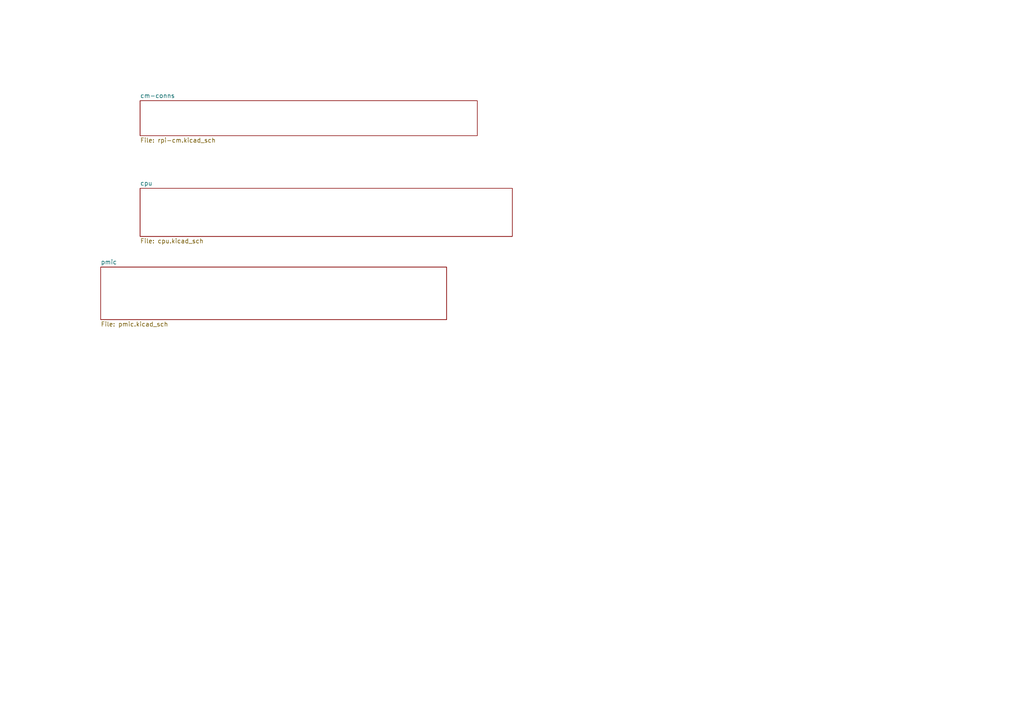
<source format=kicad_sch>
(kicad_sch
	(version 20231120)
	(generator "eeschema")
	(generator_version "8.0")
	(uuid "c08617c0-1caf-4729-8077-729eb2589580")
	(paper "A4")
	(lib_symbols)
	(sheet
		(at 40.64 29.21)
		(size 97.79 10.16)
		(fields_autoplaced yes)
		(stroke
			(width 0.1524)
			(type solid)
		)
		(fill
			(color 0 0 0 0.0000)
		)
		(uuid "26fbccf9-f298-4c79-a1b2-1734f12fc819")
		(property "Sheetname" "cm-conns"
			(at 40.64 28.4984 0)
			(effects
				(font
					(size 1.27 1.27)
				)
				(justify left bottom)
			)
		)
		(property "Sheetfile" "rpi-cm.kicad_sch"
			(at 40.64 39.9546 0)
			(effects
				(font
					(size 1.27 1.27)
				)
				(justify left top)
			)
		)
		(instances
			(project "module-sip"
				(path "/c08617c0-1caf-4729-8077-729eb2589580"
					(page "2")
				)
			)
		)
	)
	(sheet
		(at 29.21 77.47)
		(size 100.33 15.24)
		(fields_autoplaced yes)
		(stroke
			(width 0.1524)
			(type solid)
		)
		(fill
			(color 0 0 0 0.0000)
		)
		(uuid "7a4ab0a7-d6b3-4c06-857d-396f9ca2b203")
		(property "Sheetname" "pmic"
			(at 29.21 76.7584 0)
			(effects
				(font
					(size 1.27 1.27)
				)
				(justify left bottom)
			)
		)
		(property "Sheetfile" "pmic.kicad_sch"
			(at 29.21 93.2946 0)
			(effects
				(font
					(size 1.27 1.27)
				)
				(justify left top)
			)
		)
		(instances
			(project "module-sip"
				(path "/c08617c0-1caf-4729-8077-729eb2589580"
					(page "4")
				)
			)
		)
	)
	(sheet
		(at 40.64 54.61)
		(size 107.95 13.97)
		(fields_autoplaced yes)
		(stroke
			(width 0.1524)
			(type solid)
		)
		(fill
			(color 0 0 0 0.0000)
		)
		(uuid "7dfd3a80-bdd3-4e5c-92bb-2b4c7815f328")
		(property "Sheetname" "cpu"
			(at 40.64 53.8984 0)
			(effects
				(font
					(size 1.27 1.27)
				)
				(justify left bottom)
			)
		)
		(property "Sheetfile" "cpu.kicad_sch"
			(at 40.64 69.1646 0)
			(effects
				(font
					(size 1.27 1.27)
				)
				(justify left top)
			)
		)
		(instances
			(project "module-sip"
				(path "/c08617c0-1caf-4729-8077-729eb2589580"
					(page "3")
				)
			)
		)
	)
	(sheet_instances
		(path "/"
			(page "1")
		)
	)
)
</source>
